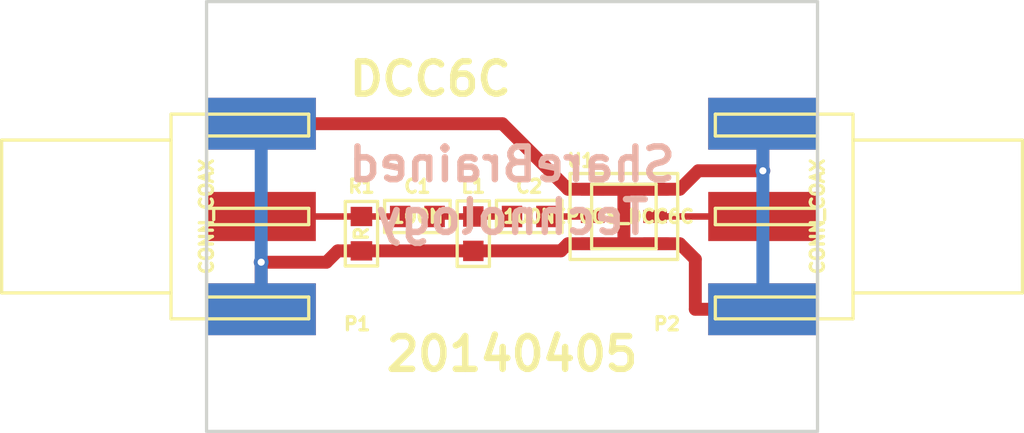
<source format=kicad_pcb>
(kicad_pcb (version 20171130) (host pcbnew "(5.1.12)-1")

  (general
    (thickness 1.6)
    (drawings 7)
    (tracks 47)
    (zones 0)
    (modules 7)
    (nets 6)
  )

  (page A4)
  (layers
    (0 1_top signal)
    (1 2_gnd signal)
    (2 3_gnd signal)
    (31 4_bot signal)
    (32 B.Adhes user hide)
    (33 F.Adhes user hide)
    (34 B.Paste user)
    (35 F.Paste user)
    (36 B.SilkS user)
    (37 F.SilkS user)
    (38 B.Mask user)
    (39 F.Mask user)
    (44 Edge.Cuts user)
  )

  (setup
    (last_trace_width 0.3)
    (trace_clearance 0.3)
    (zone_clearance 0.3)
    (zone_45_only yes)
    (trace_min 0.3)
    (via_size 0.6858)
    (via_drill 0.3302)
    (via_min_size 0.6858)
    (via_min_drill 0.3302)
    (uvia_size 0.508)
    (uvia_drill 0.127)
    (uvias_allowed no)
    (uvia_min_size 0.508)
    (uvia_min_drill 0.127)
    (edge_width 0.1524)
    (segment_width 0.1524)
    (pcb_text_width 0.3)
    (pcb_text_size 1.524 1.524)
    (mod_edge_width 0.1524)
    (mod_text_size 0.6096 0.6096)
    (mod_text_width 0.1524)
    (pad_size 2.413 5.08)
    (pad_drill 0)
    (pad_to_mask_clearance 0.0762)
    (aux_axis_origin 0 0)
    (visible_elements 7FFFFFFF)
    (pcbplotparams
      (layerselection 0x00030_ffffffff)
      (usegerberextensions true)
      (usegerberattributes true)
      (usegerberadvancedattributes true)
      (creategerberjobfile true)
      (excludeedgelayer true)
      (linewidth 0.150000)
      (plotframeref false)
      (viasonmask false)
      (mode 1)
      (useauxorigin false)
      (hpglpennumber 1)
      (hpglpenspeed 20)
      (hpglpendiameter 15.000000)
      (psnegative false)
      (psa4output false)
      (plotreference true)
      (plotvalue false)
      (plotinvisibletext false)
      (padsonsilk false)
      (subtractmaskfromsilk false)
      (outputformat 1)
      (mirror false)
      (drillshape 0)
      (scaleselection 1)
      (outputdirectory "gerber/"))
  )

  (net 0 "")
  (net 1 GND)
  (net 2 "Net-(C1-Pad1)")
  (net 3 "Net-(C1-Pad2)")
  (net 4 "Net-(C2-Pad2)")
  (net 5 "Net-(P2-Pad1)")

  (net_class Default "This is the default net class."
    (clearance 0.3)
    (trace_width 0.3)
    (via_dia 0.6858)
    (via_drill 0.3302)
    (uvia_dia 0.508)
    (uvia_drill 0.127)
    (add_net "Net-(C1-Pad1)")
    (add_net "Net-(C1-Pad2)")
    (add_net "Net-(C2-Pad2)")
    (add_net "Net-(P2-Pad1)")
  )

  (net_class Power ""
    (clearance 0.3)
    (trace_width 0.6)
    (via_dia 0.6858)
    (via_drill 0.3302)
    (uvia_dia 0.508)
    (uvia_drill 0.127)
    (add_net GND)
  )

  (module epcos_dcc6c:EPCOS_DCC6C (layer 1_top) (tedit 5340EE34) (tstamp 533F855A)
    (at 146.4 100)
    (path /533F3529)
    (fp_text reference U1 (at -2 -2.6) (layer F.SilkS)
      (effects (font (size 0.6096 0.6096) (thickness 0.1524)))
    )
    (fp_text value EPCOS_DCC6C (at 0 0) (layer F.SilkS)
      (effects (font (size 0.6096 0.6096) (thickness 0.1524)))
    )
    (fp_line (start -1.5 1.5) (end -1.5 -1.5) (layer F.SilkS) (width 0.1524))
    (fp_line (start 1.5 1.5) (end -1.5 1.5) (layer F.SilkS) (width 0.1524))
    (fp_line (start 1.5 -1.5) (end 1.5 1.5) (layer F.SilkS) (width 0.1524))
    (fp_line (start -1.5 -1.5) (end 1.5 -1.5) (layer F.SilkS) (width 0.1524))
    (fp_line (start -2.5 2) (end -2.5 -2) (layer F.SilkS) (width 0.1524))
    (fp_line (start 2.5 2) (end -2.5 2) (layer F.SilkS) (width 0.1524))
    (fp_line (start 2.5 -2) (end 2.5 2) (layer F.SilkS) (width 0.1524))
    (fp_line (start -2.5 -2) (end 2.5 -2) (layer F.SilkS) (width 0.1524))
    (pad 1 smd rect (at -1 -1.27) (size 2 0.6) (layers 1_top F.Paste F.Mask)
      (net 1 GND))
    (pad 2 smd rect (at -1.45 0) (size 1.1 0.6) (layers 1_top F.Paste F.Mask)
      (net 4 "Net-(C2-Pad2)"))
    (pad 3 smd rect (at -1.45 1.27) (size 1.1 0.6) (layers 1_top F.Paste F.Mask)
      (net 1 GND))
    (pad 4 smd rect (at 1.45 1.27) (size 1.1 0.6) (layers 1_top F.Paste F.Mask)
      (net 1 GND))
    (pad 5 smd rect (at 1.45 0) (size 1.1 0.6) (layers 1_top F.Paste F.Mask)
      (net 5 "Net-(P2-Pad1)"))
    (pad 6 smd rect (at 1.45 -1.27) (size 1.1 0.6) (layers 1_top F.Paste F.Mask)
      (net 1 GND))
  )

  (module ipc_indc:IPC_INDC1608X95N (layer 1_top) (tedit 5340EE2F) (tstamp 533F4DF4)
    (at 139.4 100.8 270)
    (path /533F380C)
    (fp_text reference L1 (at -2.2 0) (layer F.SilkS)
      (effects (font (size 0.6096 0.6096) (thickness 0.1524)))
    )
    (fp_text value L (at 0 0 270) (layer F.SilkS) hide
      (effects (font (size 0.6096 0.6096) (thickness 0.1524)))
    )
    (fp_line (start -1.524 -0.7493) (end 1.524 -0.7493) (layer F.SilkS) (width 0.1524))
    (fp_line (start -1.524 0.7493) (end -1.524 -0.7493) (layer F.SilkS) (width 0.1524))
    (fp_line (start 1.524 0.7493) (end -1.524 0.7493) (layer F.SilkS) (width 0.1524))
    (fp_line (start 1.524 -0.7493) (end 1.524 0.7493) (layer F.SilkS) (width 0.1524))
    (pad 1 smd rect (at -0.8001 0 270) (size 0.94996 0.94996) (layers 1_top F.Paste F.Mask)
      (net 3 "Net-(C1-Pad2)"))
    (pad 2 smd rect (at 0.8001 0 270) (size 0.94996 0.94996) (layers 1_top F.Paste F.Mask)
      (net 1 GND))
  )

  (module ipc_resc:IPC_RESC1608X55N (layer 1_top) (tedit 5340EE29) (tstamp 533F4DFE)
    (at 134.2 100.8 270)
    (tags "1608 metric, 0603 imperial")
    (path /533F39C1)
    (fp_text reference R1 (at -2.2 0) (layer F.SilkS)
      (effects (font (size 0.6096 0.6096) (thickness 0.1524)))
    )
    (fp_text value R (at 0 0 270) (layer F.SilkS)
      (effects (font (size 0.6096 0.6096) (thickness 0.1524)))
    )
    (fp_line (start -1.50114 0.7493) (end -1.50114 -0.7493) (layer F.SilkS) (width 0.1524))
    (fp_line (start 1.50114 0.7493) (end -1.50114 0.7493) (layer F.SilkS) (width 0.1524))
    (fp_line (start 1.50114 -0.7493) (end 1.50114 0.7493) (layer F.SilkS) (width 0.1524))
    (fp_line (start -1.50114 -0.7493) (end 1.50114 -0.7493) (layer F.SilkS) (width 0.1524))
    (pad 1 smd rect (at -0.8001 0 270) (size 0.89916 1.00076) (layers 1_top F.Paste F.Mask)
      (net 2 "Net-(C1-Pad1)"))
    (pad 2 smd rect (at 0.8001 0 270) (size 0.89916 1.00076) (layers 1_top F.Paste F.Mask)
      (net 1 GND))
  )

  (module rf_sma:EMERSON_142-0701-801 (layer 1_top) (tedit 5340EBE7) (tstamp 533F945E)
    (at 127 100 90)
    (path /533F4CCC)
    (fp_text reference P1 (at -5 7 180) (layer F.SilkS)
      (effects (font (size 0.6096 0.6096) (thickness 0.1524)))
    )
    (fp_text value CONN_COAX (at 0 0 90) (layer F.SilkS)
      (effects (font (size 0.6096 0.6096) (thickness 0.1524)))
    )
    (fp_line (start -4.7625 0) (end -4.7625 4.7498) (layer F.SilkS) (width 0.1524))
    (fp_line (start -3.7465 4.7498) (end -4.7625 4.7498) (layer F.SilkS) (width 0.1524))
    (fp_line (start -3.7465 0) (end -3.7465 4.7498) (layer F.SilkS) (width 0.1524))
    (fp_line (start 4.7625 4.7498) (end 4.7625 0) (layer F.SilkS) (width 0.1524))
    (fp_line (start 3.7465 4.7498) (end 4.7625 4.7498) (layer F.SilkS) (width 0.1524))
    (fp_line (start 3.7465 0) (end 3.7465 4.7498) (layer F.SilkS) (width 0.1524))
    (fp_line (start 0.381 4.7498) (end 0.381 0) (layer F.SilkS) (width 0.1524))
    (fp_line (start -0.381 4.7498) (end 0.381 4.7498) (layer F.SilkS) (width 0.1524))
    (fp_line (start -0.381 0) (end -0.381 4.7498) (layer F.SilkS) (width 0.1524))
    (fp_line (start -4.7625 -1.651) (end -4.7625 0) (layer F.SilkS) (width 0.1524))
    (fp_line (start 4.7625 -1.651) (end -4.7625 -1.651) (layer F.SilkS) (width 0.1524))
    (fp_line (start 4.7625 0) (end 4.7625 -1.651) (layer F.SilkS) (width 0.1524))
    (fp_line (start -4.7625 0) (end 4.7625 0) (layer F.SilkS) (width 0.1524))
    (fp_line (start -3.556 -9.525) (end -3.556 -1.651) (layer F.SilkS) (width 0.1524))
    (fp_line (start 3.556 -9.525) (end -3.556 -9.525) (layer F.SilkS) (width 0.1524))
    (fp_line (start 3.556 -1.651) (end 3.556 -9.525) (layer F.SilkS) (width 0.1524))
    (pad 2 smd rect (at -4.318 2.54 90) (size 2.413 5.08) (layers 1_top F.Mask)
      (net 1 GND))
    (pad 2 smd rect (at 4.318 2.54 90) (size 2.413 5.08) (layers 1_top F.Mask)
      (net 1 GND))
    (pad 1 smd rect (at 0 2.54 90) (size 2.286 5.08) (layers 1_top F.Mask)
      (net 2 "Net-(C1-Pad1)"))
    (pad 2 smd rect (at 4.318 2.54 90) (size 2.413 5.08) (layers 4_bot B.Mask)
      (net 1 GND))
    (pad 2 smd rect (at -4.318 2.54 90) (size 2.413 5.08) (layers 4_bot B.Mask)
      (net 1 GND))
  )

  (module rf_sma:EMERSON_142-0701-801 (layer 1_top) (tedit 5340EBED) (tstamp 533F9319)
    (at 155.4 100 270)
    (path /533F4CBA)
    (fp_text reference P2 (at 5 7) (layer F.SilkS)
      (effects (font (size 0.6096 0.6096) (thickness 0.1524)))
    )
    (fp_text value CONN_COAX (at 0 0 270) (layer F.SilkS)
      (effects (font (size 0.6096 0.6096) (thickness 0.1524)))
    )
    (fp_line (start -4.7625 0) (end -4.7625 4.7498) (layer F.SilkS) (width 0.1524))
    (fp_line (start -3.7465 4.7498) (end -4.7625 4.7498) (layer F.SilkS) (width 0.1524))
    (fp_line (start -3.7465 0) (end -3.7465 4.7498) (layer F.SilkS) (width 0.1524))
    (fp_line (start 4.7625 4.7498) (end 4.7625 0) (layer F.SilkS) (width 0.1524))
    (fp_line (start 3.7465 4.7498) (end 4.7625 4.7498) (layer F.SilkS) (width 0.1524))
    (fp_line (start 3.7465 0) (end 3.7465 4.7498) (layer F.SilkS) (width 0.1524))
    (fp_line (start 0.381 4.7498) (end 0.381 0) (layer F.SilkS) (width 0.1524))
    (fp_line (start -0.381 4.7498) (end 0.381 4.7498) (layer F.SilkS) (width 0.1524))
    (fp_line (start -0.381 0) (end -0.381 4.7498) (layer F.SilkS) (width 0.1524))
    (fp_line (start -4.7625 -1.651) (end -4.7625 0) (layer F.SilkS) (width 0.1524))
    (fp_line (start 4.7625 -1.651) (end -4.7625 -1.651) (layer F.SilkS) (width 0.1524))
    (fp_line (start 4.7625 0) (end 4.7625 -1.651) (layer F.SilkS) (width 0.1524))
    (fp_line (start -4.7625 0) (end 4.7625 0) (layer F.SilkS) (width 0.1524))
    (fp_line (start -3.556 -9.525) (end -3.556 -1.651) (layer F.SilkS) (width 0.1524))
    (fp_line (start 3.556 -9.525) (end -3.556 -9.525) (layer F.SilkS) (width 0.1524))
    (fp_line (start 3.556 -1.651) (end 3.556 -9.525) (layer F.SilkS) (width 0.1524))
    (pad 2 smd rect (at -4.318 2.54 270) (size 2.413 5.08) (layers 1_top F.Mask)
      (net 1 GND))
    (pad 2 smd rect (at 4.318 2.54 270) (size 2.413 5.08) (layers 1_top F.Mask)
      (net 1 GND))
    (pad 1 smd rect (at 0 2.54 270) (size 2.286 5.08) (layers 1_top F.Mask)
      (net 5 "Net-(P2-Pad1)"))
    (pad 2 smd rect (at 4.318 2.54 270) (size 2.413 5.08) (layers 4_bot B.Mask)
      (net 1 GND))
    (pad 2 smd rect (at -4.318 2.54 270) (size 2.413 5.08) (layers 4_bot B.Mask)
      (net 1 GND))
  )

  (module ipc_capc:IPC_CAPC1608X95N (layer 1_top) (tedit 5340EE2C) (tstamp 533F99B6)
    (at 136.8 100)
    (tags "1608 metric, 0603 imperial")
    (path /533F37D0)
    (fp_text reference C1 (at 0 -1.4) (layer F.SilkS)
      (effects (font (size 0.6096 0.6096) (thickness 0.1524)))
    )
    (fp_text value 100N (at 0 0) (layer F.SilkS)
      (effects (font (size 0.6096 0.6096) (thickness 0.1524)))
    )
    (fp_line (start -1.524 0.7493) (end -1.524 -0.7493) (layer F.SilkS) (width 0.1524))
    (fp_line (start 1.524 0.7493) (end -1.524 0.7493) (layer F.SilkS) (width 0.1524))
    (fp_line (start 1.524 -0.7493) (end 1.524 0.7493) (layer F.SilkS) (width 0.1524))
    (fp_line (start -1.524 -0.7493) (end 1.524 -0.7493) (layer F.SilkS) (width 0.1524))
    (pad 1 smd rect (at -0.8001 0) (size 0.94996 1.00076) (layers 1_top F.Paste F.Mask)
      (net 2 "Net-(C1-Pad1)"))
    (pad 2 smd rect (at 0.8001 0) (size 0.94996 1.00076) (layers 1_top F.Paste F.Mask)
      (net 3 "Net-(C1-Pad2)"))
  )

  (module ipc_capc:IPC_CAPC1608X95N (layer 1_top) (tedit 5340EE31) (tstamp 533F99BF)
    (at 142 100)
    (tags "1608 metric, 0603 imperial")
    (path /533F37E4)
    (fp_text reference C2 (at 0 -1.4) (layer F.SilkS)
      (effects (font (size 0.6096 0.6096) (thickness 0.1524)))
    )
    (fp_text value 100N (at 0 0) (layer F.SilkS)
      (effects (font (size 0.6096 0.6096) (thickness 0.1524)))
    )
    (fp_line (start -1.524 0.7493) (end -1.524 -0.7493) (layer F.SilkS) (width 0.1524))
    (fp_line (start 1.524 0.7493) (end -1.524 0.7493) (layer F.SilkS) (width 0.1524))
    (fp_line (start 1.524 -0.7493) (end 1.524 0.7493) (layer F.SilkS) (width 0.1524))
    (fp_line (start -1.524 -0.7493) (end 1.524 -0.7493) (layer F.SilkS) (width 0.1524))
    (pad 1 smd rect (at -0.8001 0) (size 0.94996 1.00076) (layers 1_top F.Paste F.Mask)
      (net 3 "Net-(C1-Pad2)"))
    (pad 2 smd rect (at 0.8001 0) (size 0.94996 1.00076) (layers 1_top F.Paste F.Mask)
      (net 4 "Net-(C2-Pad2)"))
  )

  (gr_text "ShareBrained\nTechnology" (at 141.2 98.8) (layer B.SilkS)
    (effects (font (size 1.524 1.524) (thickness 0.3)) (justify mirror))
  )
  (gr_text 20140405 (at 141.2 106.4) (layer F.SilkS)
    (effects (font (size 1.524 1.524) (thickness 0.3)))
  )
  (gr_text DCC6C (at 137.4 93.6) (layer F.SilkS)
    (effects (font (size 1.5 1.5) (thickness 0.3)))
  )
  (gr_line (start 127 110) (end 127 90) (angle 90) (layer Edge.Cuts) (width 0.15))
  (gr_line (start 155.4 110) (end 127 110) (angle 90) (layer Edge.Cuts) (width 0.15))
  (gr_line (start 155.4 90) (end 155.4 110) (angle 90) (layer Edge.Cuts) (width 0.15))
  (gr_line (start 127 90) (end 155.4 90) (angle 90) (layer Edge.Cuts) (width 0.15))

  (segment (start 146.4 98.73) (end 145.4 98.73) (width 0.6) (layer 1_top) (net 1))
  (segment (start 147.85 98.73) (end 146.4 98.73) (width 0.6) (layer 1_top) (net 1))
  (segment (start 146.4 101.27) (end 146.4 98.73) (width 0.6) (layer 1_top) (net 1))
  (segment (start 146.4 101.27) (end 144.95 101.27) (width 0.6) (layer 1_top) (net 1))
  (segment (start 147.85 101.27) (end 146.4 101.27) (width 0.6) (layer 1_top) (net 1))
  (segment (start 148.4251 101.27) (end 147.85 101.27) (width 0.6) (layer 1_top) (net 1))
  (segment (start 148.4251 101.27) (end 149.0001 101.27) (width 0.6) (layer 1_top) (net 1))
  (segment (start 148.4251 98.73) (end 147.85 98.73) (width 0.6) (layer 1_top) (net 1))
  (segment (start 148.4251 98.73) (end 149.0001 98.73) (width 0.6) (layer 1_top) (net 1))
  (segment (start 144.95 101.27) (end 143.7999 101.27) (width 0.6) (layer 1_top) (net 1))
  (segment (start 139.4 101.6001) (end 143.4698 101.6001) (width 0.6) (layer 1_top) (net 1))
  (segment (start 143.4698 101.6001) (end 143.7999 101.27) (width 0.6) (layer 1_top) (net 1))
  (segment (start 134.2 101.6001) (end 139.4 101.6001) (width 0.6) (layer 1_top) (net 1))
  (segment (start 133.6498 101.6001) (end 134.2 101.6001) (width 0.6) (layer 1_top) (net 1))
  (segment (start 133.6498 101.6001) (end 133.0995 101.6001) (width 0.6) (layer 1_top) (net 1))
  (segment (start 129.54 104.318) (end 129.54 102.1272) (width 0.6) (layer 1_top) (net 1))
  (segment (start 145.4 98.73) (end 143.7999 98.73) (width 0.6) (layer 1_top) (net 1))
  (segment (start 129.54 95.682) (end 140.7519 95.682) (width 0.6) (layer 1_top) (net 1))
  (segment (start 140.7519 95.682) (end 143.7999 98.73) (width 0.6) (layer 1_top) (net 1))
  (segment (start 133.0995 101.6001) (end 132.5724 102.1272) (width 0.6) (layer 1_top) (net 1))
  (segment (start 132.5724 102.1272) (end 129.54 102.1272) (width 0.6) (layer 1_top) (net 1))
  (segment (start 129.54 102.1272) (end 129.54 95.682) (width 0.6) (layer 4_bot) (net 1))
  (segment (start 129.54 104.318) (end 129.54 102.1272) (width 0.6) (layer 4_bot) (net 1))
  (segment (start 152.86 95.682) (end 152.86 97.8727) (width 0.6) (layer 1_top) (net 1))
  (segment (start 152.86 104.318) (end 149.7199 104.318) (width 0.6) (layer 1_top) (net 1))
  (segment (start 149.7199 104.318) (end 149.7199 101.9898) (width 0.6) (layer 1_top) (net 1))
  (segment (start 149.7199 101.9898) (end 149.0001 101.27) (width 0.6) (layer 1_top) (net 1))
  (segment (start 149.0001 98.73) (end 149.8574 97.8727) (width 0.6) (layer 1_top) (net 1))
  (segment (start 149.8574 97.8727) (end 152.86 97.8727) (width 0.6) (layer 1_top) (net 1))
  (segment (start 152.86 97.8727) (end 152.86 104.318) (width 0.6) (layer 4_bot) (net 1))
  (segment (start 152.86 95.682) (end 152.86 97.8727) (width 0.6) (layer 4_bot) (net 1))
  (via (at 129.54 102.1272) (size 0.6858) (layers 1_top 4_bot) (net 1))
  (via (at 152.86 97.8727) (size 0.6858) (layers 1_top 4_bot) (net 1))
  (segment (start 129.54 100) (end 129.74 100) (width 0.3) (layer 1_top) (net 2))
  (segment (start 134.2001 100) (end 134.2 99.9999) (width 0.3) (layer 1_top) (net 2))
  (segment (start 134.2001 100) (end 135.9999 100) (width 0.3) (layer 1_top) (net 2))
  (segment (start 129.74 100) (end 134.2001 100) (width 0.3) (layer 1_top) (net 2))
  (segment (start 135.9999 100) (end 136 100) (width 0.3) (layer 1_top) (net 2))
  (segment (start 139.4 100) (end 141.1999 100) (width 0.3) (layer 1_top) (net 3))
  (segment (start 137.6001 100) (end 139.4 100) (width 0.3) (layer 1_top) (net 3))
  (segment (start 139.4 100) (end 139.4 99.9999) (width 0.3) (layer 1_top) (net 3))
  (segment (start 137.6 100) (end 137.6001 100) (width 0.3) (layer 1_top) (net 3))
  (segment (start 141.1999 100) (end 141.2 100) (width 0.3) (layer 1_top) (net 3))
  (segment (start 142.8001 100) (end 144.95 100) (width 0.3) (layer 1_top) (net 4))
  (segment (start 142.8 100) (end 142.8001 100) (width 0.3) (layer 1_top) (net 4))
  (segment (start 152.86 100) (end 153.06 100) (width 0.3) (layer 1_top) (net 5))
  (segment (start 147.85 100) (end 152.86 100) (width 0.3) (layer 1_top) (net 5))

)

</source>
